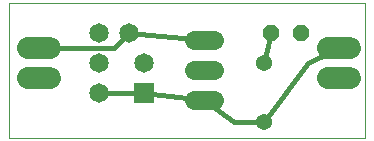
<source format=gtl>
G75*
G70*
%OFA0B0*%
%FSLAX24Y24*%
%IPPOS*%
%LPD*%
%AMOC8*
5,1,8,0,0,1.08239X$1,22.5*
%
%ADD10C,0.0000*%
%ADD11C,0.0740*%
%ADD12R,0.0650X0.0650*%
%ADD13C,0.0650*%
%ADD14C,0.0540*%
%ADD15OC8,0.0560*%
%ADD16C,0.0640*%
%ADD17C,0.0160*%
D10*
X000181Y000181D02*
X000181Y004677D01*
X012051Y004677D01*
X012051Y000181D01*
X000181Y000181D01*
D11*
X000811Y002181D02*
X001551Y002181D01*
X001551Y003181D02*
X000811Y003181D01*
X010811Y003181D02*
X011551Y003181D01*
X011551Y002181D02*
X010811Y002181D01*
D12*
X004681Y001681D03*
D13*
X003181Y001681D03*
X003181Y002681D03*
X004681Y002681D03*
X004181Y003681D03*
X003181Y003681D03*
D14*
X008681Y002666D03*
X008681Y000697D03*
D15*
X008931Y003681D03*
X009931Y003681D03*
D16*
X007001Y003431D02*
X006361Y003431D01*
X006361Y002431D02*
X007001Y002431D01*
X007001Y001431D02*
X006361Y001431D01*
D17*
X006681Y001431D02*
X004681Y001681D01*
X003181Y001681D01*
X006681Y001431D02*
X007697Y000697D01*
X008681Y000697D01*
X010166Y002681D01*
X011181Y003181D01*
X008931Y003681D02*
X008681Y002666D01*
X006681Y003431D02*
X004181Y003681D01*
X003681Y003181D01*
X001181Y003181D01*
M02*

</source>
